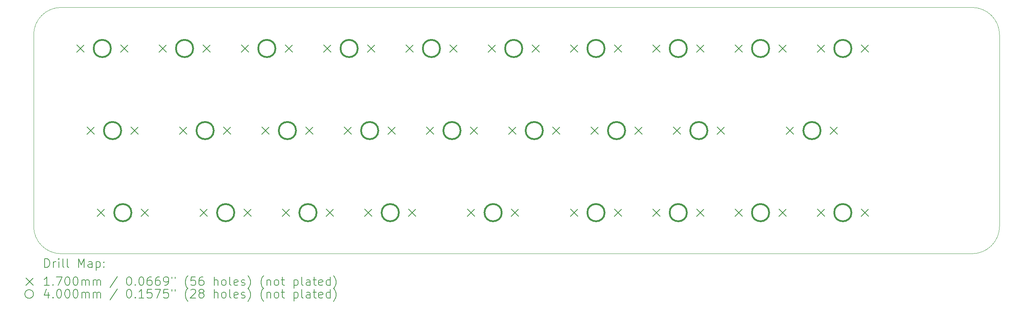
<source format=gbr>
%TF.GenerationSoftware,KiCad,Pcbnew,7.0.7*%
%TF.CreationDate,2023-08-31T12:53:35+10:00*%
%TF.ProjectId,qaz,71617a2e-6b69-4636-9164-5f7063625858,rev?*%
%TF.SameCoordinates,Original*%
%TF.FileFunction,Drillmap*%
%TF.FilePolarity,Positive*%
%FSLAX45Y45*%
G04 Gerber Fmt 4.5, Leading zero omitted, Abs format (unit mm)*
G04 Created by KiCad (PCBNEW 7.0.7) date 2023-08-31 12:53:35*
%MOMM*%
%LPD*%
G01*
G04 APERTURE LIST*
%ADD10C,0.100000*%
%ADD11C,0.200000*%
%ADD12C,0.170000*%
%ADD13C,0.400000*%
G04 APERTURE END LIST*
D10*
X27440187Y-3454400D02*
X27440187Y-7899400D01*
X5080000Y-7899400D02*
G75*
G03*
X5715000Y-8534400I635000J0D01*
G01*
X27440190Y-3454400D02*
G75*
G03*
X26805187Y-2819400I-635000J0D01*
G01*
X5080000Y-7899400D02*
X5080000Y-3454400D01*
X5715000Y-2819400D02*
X26805187Y-2819400D01*
X5715000Y-2819400D02*
G75*
G03*
X5080000Y-3454400I0J-635000D01*
G01*
X26805187Y-8534397D02*
G75*
G03*
X27440187Y-7899400I3J634997D01*
G01*
X26805187Y-8534400D02*
X5715000Y-8534400D01*
D11*
D12*
X6074500Y-3686900D02*
X6244500Y-3856900D01*
X6244500Y-3686900D02*
X6074500Y-3856900D01*
X6312625Y-5591900D02*
X6482625Y-5761900D01*
X6482625Y-5591900D02*
X6312625Y-5761900D01*
X6550750Y-7496900D02*
X6720750Y-7666900D01*
X6720750Y-7496900D02*
X6550750Y-7666900D01*
X7090500Y-3686900D02*
X7260500Y-3856900D01*
X7260500Y-3686900D02*
X7090500Y-3856900D01*
X7328625Y-5591900D02*
X7498625Y-5761900D01*
X7498625Y-5591900D02*
X7328625Y-5761900D01*
X7566750Y-7496900D02*
X7736750Y-7666900D01*
X7736750Y-7496900D02*
X7566750Y-7666900D01*
X7979500Y-3686900D02*
X8149500Y-3856900D01*
X8149500Y-3686900D02*
X7979500Y-3856900D01*
X8455750Y-5591900D02*
X8625750Y-5761900D01*
X8625750Y-5591900D02*
X8455750Y-5761900D01*
X8932000Y-7496900D02*
X9102000Y-7666900D01*
X9102000Y-7496900D02*
X8932000Y-7666900D01*
X8995500Y-3686900D02*
X9165500Y-3856900D01*
X9165500Y-3686900D02*
X8995500Y-3856900D01*
X9471750Y-5591900D02*
X9641750Y-5761900D01*
X9641750Y-5591900D02*
X9471750Y-5761900D01*
X9884500Y-3686900D02*
X10054500Y-3856900D01*
X10054500Y-3686900D02*
X9884500Y-3856900D01*
X9948000Y-7496900D02*
X10118000Y-7666900D01*
X10118000Y-7496900D02*
X9948000Y-7666900D01*
X10360750Y-5591900D02*
X10530750Y-5761900D01*
X10530750Y-5591900D02*
X10360750Y-5761900D01*
X10837000Y-7496900D02*
X11007000Y-7666900D01*
X11007000Y-7496900D02*
X10837000Y-7666900D01*
X10900500Y-3686900D02*
X11070500Y-3856900D01*
X11070500Y-3686900D02*
X10900500Y-3856900D01*
X11376750Y-5591900D02*
X11546750Y-5761900D01*
X11546750Y-5591900D02*
X11376750Y-5761900D01*
X11789500Y-3686900D02*
X11959500Y-3856900D01*
X11959500Y-3686900D02*
X11789500Y-3856900D01*
X11853000Y-7496900D02*
X12023000Y-7666900D01*
X12023000Y-7496900D02*
X11853000Y-7666900D01*
X12265750Y-5591900D02*
X12435750Y-5761900D01*
X12435750Y-5591900D02*
X12265750Y-5761900D01*
X12742000Y-7496900D02*
X12912000Y-7666900D01*
X12912000Y-7496900D02*
X12742000Y-7666900D01*
X12805500Y-3686900D02*
X12975500Y-3856900D01*
X12975500Y-3686900D02*
X12805500Y-3856900D01*
X13281750Y-5591900D02*
X13451750Y-5761900D01*
X13451750Y-5591900D02*
X13281750Y-5761900D01*
X13694500Y-3686900D02*
X13864500Y-3856900D01*
X13864500Y-3686900D02*
X13694500Y-3856900D01*
X13758000Y-7496900D02*
X13928000Y-7666900D01*
X13928000Y-7496900D02*
X13758000Y-7666900D01*
X14170750Y-5591900D02*
X14340750Y-5761900D01*
X14340750Y-5591900D02*
X14170750Y-5761900D01*
X14710500Y-3686900D02*
X14880500Y-3856900D01*
X14880500Y-3686900D02*
X14710500Y-3856900D01*
X15123250Y-7496900D02*
X15293250Y-7666900D01*
X15293250Y-7496900D02*
X15123250Y-7666900D01*
X15186750Y-5591900D02*
X15356750Y-5761900D01*
X15356750Y-5591900D02*
X15186750Y-5761900D01*
X15599500Y-3686900D02*
X15769500Y-3856900D01*
X15769500Y-3686900D02*
X15599500Y-3856900D01*
X16075750Y-5591900D02*
X16245750Y-5761900D01*
X16245750Y-5591900D02*
X16075750Y-5761900D01*
X16139250Y-7496900D02*
X16309250Y-7666900D01*
X16309250Y-7496900D02*
X16139250Y-7666900D01*
X16615500Y-3686900D02*
X16785500Y-3856900D01*
X16785500Y-3686900D02*
X16615500Y-3856900D01*
X17091750Y-5591900D02*
X17261750Y-5761900D01*
X17261750Y-5591900D02*
X17091750Y-5761900D01*
X17504500Y-3686900D02*
X17674500Y-3856900D01*
X17674500Y-3686900D02*
X17504500Y-3856900D01*
X17504500Y-7496900D02*
X17674500Y-7666900D01*
X17674500Y-7496900D02*
X17504500Y-7666900D01*
X17980750Y-5591900D02*
X18150750Y-5761900D01*
X18150750Y-5591900D02*
X17980750Y-5761900D01*
X18520500Y-3686900D02*
X18690500Y-3856900D01*
X18690500Y-3686900D02*
X18520500Y-3856900D01*
X18520500Y-7496900D02*
X18690500Y-7666900D01*
X18690500Y-7496900D02*
X18520500Y-7666900D01*
X18996750Y-5591900D02*
X19166750Y-5761900D01*
X19166750Y-5591900D02*
X18996750Y-5761900D01*
X19409500Y-3686900D02*
X19579500Y-3856900D01*
X19579500Y-3686900D02*
X19409500Y-3856900D01*
X19409500Y-7496900D02*
X19579500Y-7666900D01*
X19579500Y-7496900D02*
X19409500Y-7666900D01*
X19885750Y-5591900D02*
X20055750Y-5761900D01*
X20055750Y-5591900D02*
X19885750Y-5761900D01*
X20425500Y-3686900D02*
X20595500Y-3856900D01*
X20595500Y-3686900D02*
X20425500Y-3856900D01*
X20425500Y-7496900D02*
X20595500Y-7666900D01*
X20595500Y-7496900D02*
X20425500Y-7666900D01*
X20901750Y-5591900D02*
X21071750Y-5761900D01*
X21071750Y-5591900D02*
X20901750Y-5761900D01*
X21314500Y-3686900D02*
X21484500Y-3856900D01*
X21484500Y-3686900D02*
X21314500Y-3856900D01*
X21314500Y-7496900D02*
X21484500Y-7666900D01*
X21484500Y-7496900D02*
X21314500Y-7666900D01*
X22330500Y-3686900D02*
X22500500Y-3856900D01*
X22500500Y-3686900D02*
X22330500Y-3856900D01*
X22330500Y-7496900D02*
X22500500Y-7666900D01*
X22500500Y-7496900D02*
X22330500Y-7666900D01*
X22505125Y-5591900D02*
X22675125Y-5761900D01*
X22675125Y-5591900D02*
X22505125Y-5761900D01*
X23219500Y-3686900D02*
X23389500Y-3856900D01*
X23389500Y-3686900D02*
X23219500Y-3856900D01*
X23219500Y-7496900D02*
X23389500Y-7666900D01*
X23389500Y-7496900D02*
X23219500Y-7666900D01*
X23521125Y-5591900D02*
X23691125Y-5761900D01*
X23691125Y-5591900D02*
X23521125Y-5761900D01*
X24235500Y-3686900D02*
X24405500Y-3856900D01*
X24405500Y-3686900D02*
X24235500Y-3856900D01*
X24235500Y-7496900D02*
X24405500Y-7666900D01*
X24405500Y-7496900D02*
X24235500Y-7666900D01*
D13*
X6867500Y-3771900D02*
G75*
G03*
X6867500Y-3771900I-200000J0D01*
G01*
X7105625Y-5676900D02*
G75*
G03*
X7105625Y-5676900I-200000J0D01*
G01*
X7343750Y-7581900D02*
G75*
G03*
X7343750Y-7581900I-200000J0D01*
G01*
X8772500Y-3771900D02*
G75*
G03*
X8772500Y-3771900I-200000J0D01*
G01*
X9248750Y-5676900D02*
G75*
G03*
X9248750Y-5676900I-200000J0D01*
G01*
X9725000Y-7581900D02*
G75*
G03*
X9725000Y-7581900I-200000J0D01*
G01*
X10677500Y-3771900D02*
G75*
G03*
X10677500Y-3771900I-200000J0D01*
G01*
X11153750Y-5676900D02*
G75*
G03*
X11153750Y-5676900I-200000J0D01*
G01*
X11630000Y-7581900D02*
G75*
G03*
X11630000Y-7581900I-200000J0D01*
G01*
X12582500Y-3771900D02*
G75*
G03*
X12582500Y-3771900I-200000J0D01*
G01*
X13058750Y-5676900D02*
G75*
G03*
X13058750Y-5676900I-200000J0D01*
G01*
X13535000Y-7581900D02*
G75*
G03*
X13535000Y-7581900I-200000J0D01*
G01*
X14487500Y-3771900D02*
G75*
G03*
X14487500Y-3771900I-200000J0D01*
G01*
X14963750Y-5676900D02*
G75*
G03*
X14963750Y-5676900I-200000J0D01*
G01*
X15916250Y-7581900D02*
G75*
G03*
X15916250Y-7581900I-200000J0D01*
G01*
X16392500Y-3771900D02*
G75*
G03*
X16392500Y-3771900I-200000J0D01*
G01*
X16868750Y-5676900D02*
G75*
G03*
X16868750Y-5676900I-200000J0D01*
G01*
X18297500Y-3771900D02*
G75*
G03*
X18297500Y-3771900I-200000J0D01*
G01*
X18297500Y-7581900D02*
G75*
G03*
X18297500Y-7581900I-200000J0D01*
G01*
X18773750Y-5676900D02*
G75*
G03*
X18773750Y-5676900I-200000J0D01*
G01*
X20202500Y-3771900D02*
G75*
G03*
X20202500Y-3771900I-200000J0D01*
G01*
X20202500Y-7581900D02*
G75*
G03*
X20202500Y-7581900I-200000J0D01*
G01*
X20678750Y-5676900D02*
G75*
G03*
X20678750Y-5676900I-200000J0D01*
G01*
X22107500Y-3771900D02*
G75*
G03*
X22107500Y-3771900I-200000J0D01*
G01*
X22107500Y-7581900D02*
G75*
G03*
X22107500Y-7581900I-200000J0D01*
G01*
X23298125Y-5676900D02*
G75*
G03*
X23298125Y-5676900I-200000J0D01*
G01*
X24012500Y-3771900D02*
G75*
G03*
X24012500Y-3771900I-200000J0D01*
G01*
X24012500Y-7581900D02*
G75*
G03*
X24012500Y-7581900I-200000J0D01*
G01*
D11*
X5335777Y-8850884D02*
X5335777Y-8650884D01*
X5335777Y-8650884D02*
X5383396Y-8650884D01*
X5383396Y-8650884D02*
X5411967Y-8660408D01*
X5411967Y-8660408D02*
X5431015Y-8679455D01*
X5431015Y-8679455D02*
X5440539Y-8698503D01*
X5440539Y-8698503D02*
X5450063Y-8736598D01*
X5450063Y-8736598D02*
X5450063Y-8765170D01*
X5450063Y-8765170D02*
X5440539Y-8803265D01*
X5440539Y-8803265D02*
X5431015Y-8822312D01*
X5431015Y-8822312D02*
X5411967Y-8841360D01*
X5411967Y-8841360D02*
X5383396Y-8850884D01*
X5383396Y-8850884D02*
X5335777Y-8850884D01*
X5535777Y-8850884D02*
X5535777Y-8717550D01*
X5535777Y-8755646D02*
X5545301Y-8736598D01*
X5545301Y-8736598D02*
X5554824Y-8727074D01*
X5554824Y-8727074D02*
X5573872Y-8717550D01*
X5573872Y-8717550D02*
X5592920Y-8717550D01*
X5659586Y-8850884D02*
X5659586Y-8717550D01*
X5659586Y-8650884D02*
X5650062Y-8660408D01*
X5650062Y-8660408D02*
X5659586Y-8669931D01*
X5659586Y-8669931D02*
X5669110Y-8660408D01*
X5669110Y-8660408D02*
X5659586Y-8650884D01*
X5659586Y-8650884D02*
X5659586Y-8669931D01*
X5783396Y-8850884D02*
X5764348Y-8841360D01*
X5764348Y-8841360D02*
X5754824Y-8822312D01*
X5754824Y-8822312D02*
X5754824Y-8650884D01*
X5888158Y-8850884D02*
X5869110Y-8841360D01*
X5869110Y-8841360D02*
X5859586Y-8822312D01*
X5859586Y-8822312D02*
X5859586Y-8650884D01*
X6116729Y-8850884D02*
X6116729Y-8650884D01*
X6116729Y-8650884D02*
X6183396Y-8793741D01*
X6183396Y-8793741D02*
X6250062Y-8650884D01*
X6250062Y-8650884D02*
X6250062Y-8850884D01*
X6431015Y-8850884D02*
X6431015Y-8746122D01*
X6431015Y-8746122D02*
X6421491Y-8727074D01*
X6421491Y-8727074D02*
X6402443Y-8717550D01*
X6402443Y-8717550D02*
X6364348Y-8717550D01*
X6364348Y-8717550D02*
X6345301Y-8727074D01*
X6431015Y-8841360D02*
X6411967Y-8850884D01*
X6411967Y-8850884D02*
X6364348Y-8850884D01*
X6364348Y-8850884D02*
X6345301Y-8841360D01*
X6345301Y-8841360D02*
X6335777Y-8822312D01*
X6335777Y-8822312D02*
X6335777Y-8803265D01*
X6335777Y-8803265D02*
X6345301Y-8784217D01*
X6345301Y-8784217D02*
X6364348Y-8774693D01*
X6364348Y-8774693D02*
X6411967Y-8774693D01*
X6411967Y-8774693D02*
X6431015Y-8765170D01*
X6526253Y-8717550D02*
X6526253Y-8917550D01*
X6526253Y-8727074D02*
X6545301Y-8717550D01*
X6545301Y-8717550D02*
X6583396Y-8717550D01*
X6583396Y-8717550D02*
X6602443Y-8727074D01*
X6602443Y-8727074D02*
X6611967Y-8736598D01*
X6611967Y-8736598D02*
X6621491Y-8755646D01*
X6621491Y-8755646D02*
X6621491Y-8812789D01*
X6621491Y-8812789D02*
X6611967Y-8831836D01*
X6611967Y-8831836D02*
X6602443Y-8841360D01*
X6602443Y-8841360D02*
X6583396Y-8850884D01*
X6583396Y-8850884D02*
X6545301Y-8850884D01*
X6545301Y-8850884D02*
X6526253Y-8841360D01*
X6707205Y-8831836D02*
X6716729Y-8841360D01*
X6716729Y-8841360D02*
X6707205Y-8850884D01*
X6707205Y-8850884D02*
X6697682Y-8841360D01*
X6697682Y-8841360D02*
X6707205Y-8831836D01*
X6707205Y-8831836D02*
X6707205Y-8850884D01*
X6707205Y-8727074D02*
X6716729Y-8736598D01*
X6716729Y-8736598D02*
X6707205Y-8746122D01*
X6707205Y-8746122D02*
X6697682Y-8736598D01*
X6697682Y-8736598D02*
X6707205Y-8727074D01*
X6707205Y-8727074D02*
X6707205Y-8746122D01*
D12*
X4905000Y-9094400D02*
X5075000Y-9264400D01*
X5075000Y-9094400D02*
X4905000Y-9264400D01*
D11*
X5440539Y-9270884D02*
X5326253Y-9270884D01*
X5383396Y-9270884D02*
X5383396Y-9070884D01*
X5383396Y-9070884D02*
X5364348Y-9099455D01*
X5364348Y-9099455D02*
X5345301Y-9118503D01*
X5345301Y-9118503D02*
X5326253Y-9128027D01*
X5526253Y-9251836D02*
X5535777Y-9261360D01*
X5535777Y-9261360D02*
X5526253Y-9270884D01*
X5526253Y-9270884D02*
X5516729Y-9261360D01*
X5516729Y-9261360D02*
X5526253Y-9251836D01*
X5526253Y-9251836D02*
X5526253Y-9270884D01*
X5602443Y-9070884D02*
X5735777Y-9070884D01*
X5735777Y-9070884D02*
X5650062Y-9270884D01*
X5850062Y-9070884D02*
X5869110Y-9070884D01*
X5869110Y-9070884D02*
X5888158Y-9080408D01*
X5888158Y-9080408D02*
X5897682Y-9089931D01*
X5897682Y-9089931D02*
X5907205Y-9108979D01*
X5907205Y-9108979D02*
X5916729Y-9147074D01*
X5916729Y-9147074D02*
X5916729Y-9194693D01*
X5916729Y-9194693D02*
X5907205Y-9232789D01*
X5907205Y-9232789D02*
X5897682Y-9251836D01*
X5897682Y-9251836D02*
X5888158Y-9261360D01*
X5888158Y-9261360D02*
X5869110Y-9270884D01*
X5869110Y-9270884D02*
X5850062Y-9270884D01*
X5850062Y-9270884D02*
X5831015Y-9261360D01*
X5831015Y-9261360D02*
X5821491Y-9251836D01*
X5821491Y-9251836D02*
X5811967Y-9232789D01*
X5811967Y-9232789D02*
X5802443Y-9194693D01*
X5802443Y-9194693D02*
X5802443Y-9147074D01*
X5802443Y-9147074D02*
X5811967Y-9108979D01*
X5811967Y-9108979D02*
X5821491Y-9089931D01*
X5821491Y-9089931D02*
X5831015Y-9080408D01*
X5831015Y-9080408D02*
X5850062Y-9070884D01*
X6040539Y-9070884D02*
X6059586Y-9070884D01*
X6059586Y-9070884D02*
X6078634Y-9080408D01*
X6078634Y-9080408D02*
X6088158Y-9089931D01*
X6088158Y-9089931D02*
X6097682Y-9108979D01*
X6097682Y-9108979D02*
X6107205Y-9147074D01*
X6107205Y-9147074D02*
X6107205Y-9194693D01*
X6107205Y-9194693D02*
X6097682Y-9232789D01*
X6097682Y-9232789D02*
X6088158Y-9251836D01*
X6088158Y-9251836D02*
X6078634Y-9261360D01*
X6078634Y-9261360D02*
X6059586Y-9270884D01*
X6059586Y-9270884D02*
X6040539Y-9270884D01*
X6040539Y-9270884D02*
X6021491Y-9261360D01*
X6021491Y-9261360D02*
X6011967Y-9251836D01*
X6011967Y-9251836D02*
X6002443Y-9232789D01*
X6002443Y-9232789D02*
X5992920Y-9194693D01*
X5992920Y-9194693D02*
X5992920Y-9147074D01*
X5992920Y-9147074D02*
X6002443Y-9108979D01*
X6002443Y-9108979D02*
X6011967Y-9089931D01*
X6011967Y-9089931D02*
X6021491Y-9080408D01*
X6021491Y-9080408D02*
X6040539Y-9070884D01*
X6192920Y-9270884D02*
X6192920Y-9137550D01*
X6192920Y-9156598D02*
X6202443Y-9147074D01*
X6202443Y-9147074D02*
X6221491Y-9137550D01*
X6221491Y-9137550D02*
X6250063Y-9137550D01*
X6250063Y-9137550D02*
X6269110Y-9147074D01*
X6269110Y-9147074D02*
X6278634Y-9166122D01*
X6278634Y-9166122D02*
X6278634Y-9270884D01*
X6278634Y-9166122D02*
X6288158Y-9147074D01*
X6288158Y-9147074D02*
X6307205Y-9137550D01*
X6307205Y-9137550D02*
X6335777Y-9137550D01*
X6335777Y-9137550D02*
X6354824Y-9147074D01*
X6354824Y-9147074D02*
X6364348Y-9166122D01*
X6364348Y-9166122D02*
X6364348Y-9270884D01*
X6459586Y-9270884D02*
X6459586Y-9137550D01*
X6459586Y-9156598D02*
X6469110Y-9147074D01*
X6469110Y-9147074D02*
X6488158Y-9137550D01*
X6488158Y-9137550D02*
X6516729Y-9137550D01*
X6516729Y-9137550D02*
X6535777Y-9147074D01*
X6535777Y-9147074D02*
X6545301Y-9166122D01*
X6545301Y-9166122D02*
X6545301Y-9270884D01*
X6545301Y-9166122D02*
X6554824Y-9147074D01*
X6554824Y-9147074D02*
X6573872Y-9137550D01*
X6573872Y-9137550D02*
X6602443Y-9137550D01*
X6602443Y-9137550D02*
X6621491Y-9147074D01*
X6621491Y-9147074D02*
X6631015Y-9166122D01*
X6631015Y-9166122D02*
X6631015Y-9270884D01*
X7021491Y-9061360D02*
X6850063Y-9318503D01*
X7278634Y-9070884D02*
X7297682Y-9070884D01*
X7297682Y-9070884D02*
X7316729Y-9080408D01*
X7316729Y-9080408D02*
X7326253Y-9089931D01*
X7326253Y-9089931D02*
X7335777Y-9108979D01*
X7335777Y-9108979D02*
X7345301Y-9147074D01*
X7345301Y-9147074D02*
X7345301Y-9194693D01*
X7345301Y-9194693D02*
X7335777Y-9232789D01*
X7335777Y-9232789D02*
X7326253Y-9251836D01*
X7326253Y-9251836D02*
X7316729Y-9261360D01*
X7316729Y-9261360D02*
X7297682Y-9270884D01*
X7297682Y-9270884D02*
X7278634Y-9270884D01*
X7278634Y-9270884D02*
X7259586Y-9261360D01*
X7259586Y-9261360D02*
X7250063Y-9251836D01*
X7250063Y-9251836D02*
X7240539Y-9232789D01*
X7240539Y-9232789D02*
X7231015Y-9194693D01*
X7231015Y-9194693D02*
X7231015Y-9147074D01*
X7231015Y-9147074D02*
X7240539Y-9108979D01*
X7240539Y-9108979D02*
X7250063Y-9089931D01*
X7250063Y-9089931D02*
X7259586Y-9080408D01*
X7259586Y-9080408D02*
X7278634Y-9070884D01*
X7431015Y-9251836D02*
X7440539Y-9261360D01*
X7440539Y-9261360D02*
X7431015Y-9270884D01*
X7431015Y-9270884D02*
X7421491Y-9261360D01*
X7421491Y-9261360D02*
X7431015Y-9251836D01*
X7431015Y-9251836D02*
X7431015Y-9270884D01*
X7564348Y-9070884D02*
X7583396Y-9070884D01*
X7583396Y-9070884D02*
X7602444Y-9080408D01*
X7602444Y-9080408D02*
X7611967Y-9089931D01*
X7611967Y-9089931D02*
X7621491Y-9108979D01*
X7621491Y-9108979D02*
X7631015Y-9147074D01*
X7631015Y-9147074D02*
X7631015Y-9194693D01*
X7631015Y-9194693D02*
X7621491Y-9232789D01*
X7621491Y-9232789D02*
X7611967Y-9251836D01*
X7611967Y-9251836D02*
X7602444Y-9261360D01*
X7602444Y-9261360D02*
X7583396Y-9270884D01*
X7583396Y-9270884D02*
X7564348Y-9270884D01*
X7564348Y-9270884D02*
X7545301Y-9261360D01*
X7545301Y-9261360D02*
X7535777Y-9251836D01*
X7535777Y-9251836D02*
X7526253Y-9232789D01*
X7526253Y-9232789D02*
X7516729Y-9194693D01*
X7516729Y-9194693D02*
X7516729Y-9147074D01*
X7516729Y-9147074D02*
X7526253Y-9108979D01*
X7526253Y-9108979D02*
X7535777Y-9089931D01*
X7535777Y-9089931D02*
X7545301Y-9080408D01*
X7545301Y-9080408D02*
X7564348Y-9070884D01*
X7802444Y-9070884D02*
X7764348Y-9070884D01*
X7764348Y-9070884D02*
X7745301Y-9080408D01*
X7745301Y-9080408D02*
X7735777Y-9089931D01*
X7735777Y-9089931D02*
X7716729Y-9118503D01*
X7716729Y-9118503D02*
X7707206Y-9156598D01*
X7707206Y-9156598D02*
X7707206Y-9232789D01*
X7707206Y-9232789D02*
X7716729Y-9251836D01*
X7716729Y-9251836D02*
X7726253Y-9261360D01*
X7726253Y-9261360D02*
X7745301Y-9270884D01*
X7745301Y-9270884D02*
X7783396Y-9270884D01*
X7783396Y-9270884D02*
X7802444Y-9261360D01*
X7802444Y-9261360D02*
X7811967Y-9251836D01*
X7811967Y-9251836D02*
X7821491Y-9232789D01*
X7821491Y-9232789D02*
X7821491Y-9185170D01*
X7821491Y-9185170D02*
X7811967Y-9166122D01*
X7811967Y-9166122D02*
X7802444Y-9156598D01*
X7802444Y-9156598D02*
X7783396Y-9147074D01*
X7783396Y-9147074D02*
X7745301Y-9147074D01*
X7745301Y-9147074D02*
X7726253Y-9156598D01*
X7726253Y-9156598D02*
X7716729Y-9166122D01*
X7716729Y-9166122D02*
X7707206Y-9185170D01*
X7992920Y-9070884D02*
X7954825Y-9070884D01*
X7954825Y-9070884D02*
X7935777Y-9080408D01*
X7935777Y-9080408D02*
X7926253Y-9089931D01*
X7926253Y-9089931D02*
X7907206Y-9118503D01*
X7907206Y-9118503D02*
X7897682Y-9156598D01*
X7897682Y-9156598D02*
X7897682Y-9232789D01*
X7897682Y-9232789D02*
X7907206Y-9251836D01*
X7907206Y-9251836D02*
X7916729Y-9261360D01*
X7916729Y-9261360D02*
X7935777Y-9270884D01*
X7935777Y-9270884D02*
X7973872Y-9270884D01*
X7973872Y-9270884D02*
X7992920Y-9261360D01*
X7992920Y-9261360D02*
X8002444Y-9251836D01*
X8002444Y-9251836D02*
X8011967Y-9232789D01*
X8011967Y-9232789D02*
X8011967Y-9185170D01*
X8011967Y-9185170D02*
X8002444Y-9166122D01*
X8002444Y-9166122D02*
X7992920Y-9156598D01*
X7992920Y-9156598D02*
X7973872Y-9147074D01*
X7973872Y-9147074D02*
X7935777Y-9147074D01*
X7935777Y-9147074D02*
X7916729Y-9156598D01*
X7916729Y-9156598D02*
X7907206Y-9166122D01*
X7907206Y-9166122D02*
X7897682Y-9185170D01*
X8107206Y-9270884D02*
X8145301Y-9270884D01*
X8145301Y-9270884D02*
X8164348Y-9261360D01*
X8164348Y-9261360D02*
X8173872Y-9251836D01*
X8173872Y-9251836D02*
X8192920Y-9223265D01*
X8192920Y-9223265D02*
X8202444Y-9185170D01*
X8202444Y-9185170D02*
X8202444Y-9108979D01*
X8202444Y-9108979D02*
X8192920Y-9089931D01*
X8192920Y-9089931D02*
X8183396Y-9080408D01*
X8183396Y-9080408D02*
X8164348Y-9070884D01*
X8164348Y-9070884D02*
X8126253Y-9070884D01*
X8126253Y-9070884D02*
X8107206Y-9080408D01*
X8107206Y-9080408D02*
X8097682Y-9089931D01*
X8097682Y-9089931D02*
X8088158Y-9108979D01*
X8088158Y-9108979D02*
X8088158Y-9156598D01*
X8088158Y-9156598D02*
X8097682Y-9175646D01*
X8097682Y-9175646D02*
X8107206Y-9185170D01*
X8107206Y-9185170D02*
X8126253Y-9194693D01*
X8126253Y-9194693D02*
X8164348Y-9194693D01*
X8164348Y-9194693D02*
X8183396Y-9185170D01*
X8183396Y-9185170D02*
X8192920Y-9175646D01*
X8192920Y-9175646D02*
X8202444Y-9156598D01*
X8278634Y-9070884D02*
X8278634Y-9108979D01*
X8354825Y-9070884D02*
X8354825Y-9108979D01*
X8650063Y-9347074D02*
X8640539Y-9337550D01*
X8640539Y-9337550D02*
X8621491Y-9308979D01*
X8621491Y-9308979D02*
X8611968Y-9289931D01*
X8611968Y-9289931D02*
X8602444Y-9261360D01*
X8602444Y-9261360D02*
X8592920Y-9213741D01*
X8592920Y-9213741D02*
X8592920Y-9175646D01*
X8592920Y-9175646D02*
X8602444Y-9128027D01*
X8602444Y-9128027D02*
X8611968Y-9099455D01*
X8611968Y-9099455D02*
X8621491Y-9080408D01*
X8621491Y-9080408D02*
X8640539Y-9051836D01*
X8640539Y-9051836D02*
X8650063Y-9042312D01*
X8821491Y-9070884D02*
X8726253Y-9070884D01*
X8726253Y-9070884D02*
X8716730Y-9166122D01*
X8716730Y-9166122D02*
X8726253Y-9156598D01*
X8726253Y-9156598D02*
X8745301Y-9147074D01*
X8745301Y-9147074D02*
X8792920Y-9147074D01*
X8792920Y-9147074D02*
X8811968Y-9156598D01*
X8811968Y-9156598D02*
X8821491Y-9166122D01*
X8821491Y-9166122D02*
X8831015Y-9185170D01*
X8831015Y-9185170D02*
X8831015Y-9232789D01*
X8831015Y-9232789D02*
X8821491Y-9251836D01*
X8821491Y-9251836D02*
X8811968Y-9261360D01*
X8811968Y-9261360D02*
X8792920Y-9270884D01*
X8792920Y-9270884D02*
X8745301Y-9270884D01*
X8745301Y-9270884D02*
X8726253Y-9261360D01*
X8726253Y-9261360D02*
X8716730Y-9251836D01*
X9002444Y-9070884D02*
X8964349Y-9070884D01*
X8964349Y-9070884D02*
X8945301Y-9080408D01*
X8945301Y-9080408D02*
X8935777Y-9089931D01*
X8935777Y-9089931D02*
X8916730Y-9118503D01*
X8916730Y-9118503D02*
X8907206Y-9156598D01*
X8907206Y-9156598D02*
X8907206Y-9232789D01*
X8907206Y-9232789D02*
X8916730Y-9251836D01*
X8916730Y-9251836D02*
X8926253Y-9261360D01*
X8926253Y-9261360D02*
X8945301Y-9270884D01*
X8945301Y-9270884D02*
X8983396Y-9270884D01*
X8983396Y-9270884D02*
X9002444Y-9261360D01*
X9002444Y-9261360D02*
X9011968Y-9251836D01*
X9011968Y-9251836D02*
X9021491Y-9232789D01*
X9021491Y-9232789D02*
X9021491Y-9185170D01*
X9021491Y-9185170D02*
X9011968Y-9166122D01*
X9011968Y-9166122D02*
X9002444Y-9156598D01*
X9002444Y-9156598D02*
X8983396Y-9147074D01*
X8983396Y-9147074D02*
X8945301Y-9147074D01*
X8945301Y-9147074D02*
X8926253Y-9156598D01*
X8926253Y-9156598D02*
X8916730Y-9166122D01*
X8916730Y-9166122D02*
X8907206Y-9185170D01*
X9259587Y-9270884D02*
X9259587Y-9070884D01*
X9345301Y-9270884D02*
X9345301Y-9166122D01*
X9345301Y-9166122D02*
X9335777Y-9147074D01*
X9335777Y-9147074D02*
X9316730Y-9137550D01*
X9316730Y-9137550D02*
X9288158Y-9137550D01*
X9288158Y-9137550D02*
X9269111Y-9147074D01*
X9269111Y-9147074D02*
X9259587Y-9156598D01*
X9469111Y-9270884D02*
X9450063Y-9261360D01*
X9450063Y-9261360D02*
X9440539Y-9251836D01*
X9440539Y-9251836D02*
X9431015Y-9232789D01*
X9431015Y-9232789D02*
X9431015Y-9175646D01*
X9431015Y-9175646D02*
X9440539Y-9156598D01*
X9440539Y-9156598D02*
X9450063Y-9147074D01*
X9450063Y-9147074D02*
X9469111Y-9137550D01*
X9469111Y-9137550D02*
X9497682Y-9137550D01*
X9497682Y-9137550D02*
X9516730Y-9147074D01*
X9516730Y-9147074D02*
X9526253Y-9156598D01*
X9526253Y-9156598D02*
X9535777Y-9175646D01*
X9535777Y-9175646D02*
X9535777Y-9232789D01*
X9535777Y-9232789D02*
X9526253Y-9251836D01*
X9526253Y-9251836D02*
X9516730Y-9261360D01*
X9516730Y-9261360D02*
X9497682Y-9270884D01*
X9497682Y-9270884D02*
X9469111Y-9270884D01*
X9650063Y-9270884D02*
X9631015Y-9261360D01*
X9631015Y-9261360D02*
X9621492Y-9242312D01*
X9621492Y-9242312D02*
X9621492Y-9070884D01*
X9802444Y-9261360D02*
X9783396Y-9270884D01*
X9783396Y-9270884D02*
X9745301Y-9270884D01*
X9745301Y-9270884D02*
X9726253Y-9261360D01*
X9726253Y-9261360D02*
X9716730Y-9242312D01*
X9716730Y-9242312D02*
X9716730Y-9166122D01*
X9716730Y-9166122D02*
X9726253Y-9147074D01*
X9726253Y-9147074D02*
X9745301Y-9137550D01*
X9745301Y-9137550D02*
X9783396Y-9137550D01*
X9783396Y-9137550D02*
X9802444Y-9147074D01*
X9802444Y-9147074D02*
X9811968Y-9166122D01*
X9811968Y-9166122D02*
X9811968Y-9185170D01*
X9811968Y-9185170D02*
X9716730Y-9204217D01*
X9888158Y-9261360D02*
X9907206Y-9270884D01*
X9907206Y-9270884D02*
X9945301Y-9270884D01*
X9945301Y-9270884D02*
X9964349Y-9261360D01*
X9964349Y-9261360D02*
X9973873Y-9242312D01*
X9973873Y-9242312D02*
X9973873Y-9232789D01*
X9973873Y-9232789D02*
X9964349Y-9213741D01*
X9964349Y-9213741D02*
X9945301Y-9204217D01*
X9945301Y-9204217D02*
X9916730Y-9204217D01*
X9916730Y-9204217D02*
X9897682Y-9194693D01*
X9897682Y-9194693D02*
X9888158Y-9175646D01*
X9888158Y-9175646D02*
X9888158Y-9166122D01*
X9888158Y-9166122D02*
X9897682Y-9147074D01*
X9897682Y-9147074D02*
X9916730Y-9137550D01*
X9916730Y-9137550D02*
X9945301Y-9137550D01*
X9945301Y-9137550D02*
X9964349Y-9147074D01*
X10040539Y-9347074D02*
X10050063Y-9337550D01*
X10050063Y-9337550D02*
X10069111Y-9308979D01*
X10069111Y-9308979D02*
X10078634Y-9289931D01*
X10078634Y-9289931D02*
X10088158Y-9261360D01*
X10088158Y-9261360D02*
X10097682Y-9213741D01*
X10097682Y-9213741D02*
X10097682Y-9175646D01*
X10097682Y-9175646D02*
X10088158Y-9128027D01*
X10088158Y-9128027D02*
X10078634Y-9099455D01*
X10078634Y-9099455D02*
X10069111Y-9080408D01*
X10069111Y-9080408D02*
X10050063Y-9051836D01*
X10050063Y-9051836D02*
X10040539Y-9042312D01*
X10402444Y-9347074D02*
X10392920Y-9337550D01*
X10392920Y-9337550D02*
X10373873Y-9308979D01*
X10373873Y-9308979D02*
X10364349Y-9289931D01*
X10364349Y-9289931D02*
X10354825Y-9261360D01*
X10354825Y-9261360D02*
X10345301Y-9213741D01*
X10345301Y-9213741D02*
X10345301Y-9175646D01*
X10345301Y-9175646D02*
X10354825Y-9128027D01*
X10354825Y-9128027D02*
X10364349Y-9099455D01*
X10364349Y-9099455D02*
X10373873Y-9080408D01*
X10373873Y-9080408D02*
X10392920Y-9051836D01*
X10392920Y-9051836D02*
X10402444Y-9042312D01*
X10478634Y-9137550D02*
X10478634Y-9270884D01*
X10478634Y-9156598D02*
X10488158Y-9147074D01*
X10488158Y-9147074D02*
X10507206Y-9137550D01*
X10507206Y-9137550D02*
X10535777Y-9137550D01*
X10535777Y-9137550D02*
X10554825Y-9147074D01*
X10554825Y-9147074D02*
X10564349Y-9166122D01*
X10564349Y-9166122D02*
X10564349Y-9270884D01*
X10688158Y-9270884D02*
X10669111Y-9261360D01*
X10669111Y-9261360D02*
X10659587Y-9251836D01*
X10659587Y-9251836D02*
X10650063Y-9232789D01*
X10650063Y-9232789D02*
X10650063Y-9175646D01*
X10650063Y-9175646D02*
X10659587Y-9156598D01*
X10659587Y-9156598D02*
X10669111Y-9147074D01*
X10669111Y-9147074D02*
X10688158Y-9137550D01*
X10688158Y-9137550D02*
X10716730Y-9137550D01*
X10716730Y-9137550D02*
X10735777Y-9147074D01*
X10735777Y-9147074D02*
X10745301Y-9156598D01*
X10745301Y-9156598D02*
X10754825Y-9175646D01*
X10754825Y-9175646D02*
X10754825Y-9232789D01*
X10754825Y-9232789D02*
X10745301Y-9251836D01*
X10745301Y-9251836D02*
X10735777Y-9261360D01*
X10735777Y-9261360D02*
X10716730Y-9270884D01*
X10716730Y-9270884D02*
X10688158Y-9270884D01*
X10811968Y-9137550D02*
X10888158Y-9137550D01*
X10840539Y-9070884D02*
X10840539Y-9242312D01*
X10840539Y-9242312D02*
X10850063Y-9261360D01*
X10850063Y-9261360D02*
X10869111Y-9270884D01*
X10869111Y-9270884D02*
X10888158Y-9270884D01*
X11107206Y-9137550D02*
X11107206Y-9337550D01*
X11107206Y-9147074D02*
X11126254Y-9137550D01*
X11126254Y-9137550D02*
X11164349Y-9137550D01*
X11164349Y-9137550D02*
X11183396Y-9147074D01*
X11183396Y-9147074D02*
X11192920Y-9156598D01*
X11192920Y-9156598D02*
X11202444Y-9175646D01*
X11202444Y-9175646D02*
X11202444Y-9232789D01*
X11202444Y-9232789D02*
X11192920Y-9251836D01*
X11192920Y-9251836D02*
X11183396Y-9261360D01*
X11183396Y-9261360D02*
X11164349Y-9270884D01*
X11164349Y-9270884D02*
X11126254Y-9270884D01*
X11126254Y-9270884D02*
X11107206Y-9261360D01*
X11316730Y-9270884D02*
X11297682Y-9261360D01*
X11297682Y-9261360D02*
X11288158Y-9242312D01*
X11288158Y-9242312D02*
X11288158Y-9070884D01*
X11478634Y-9270884D02*
X11478634Y-9166122D01*
X11478634Y-9166122D02*
X11469111Y-9147074D01*
X11469111Y-9147074D02*
X11450063Y-9137550D01*
X11450063Y-9137550D02*
X11411968Y-9137550D01*
X11411968Y-9137550D02*
X11392920Y-9147074D01*
X11478634Y-9261360D02*
X11459587Y-9270884D01*
X11459587Y-9270884D02*
X11411968Y-9270884D01*
X11411968Y-9270884D02*
X11392920Y-9261360D01*
X11392920Y-9261360D02*
X11383396Y-9242312D01*
X11383396Y-9242312D02*
X11383396Y-9223265D01*
X11383396Y-9223265D02*
X11392920Y-9204217D01*
X11392920Y-9204217D02*
X11411968Y-9194693D01*
X11411968Y-9194693D02*
X11459587Y-9194693D01*
X11459587Y-9194693D02*
X11478634Y-9185170D01*
X11545301Y-9137550D02*
X11621492Y-9137550D01*
X11573873Y-9070884D02*
X11573873Y-9242312D01*
X11573873Y-9242312D02*
X11583396Y-9261360D01*
X11583396Y-9261360D02*
X11602444Y-9270884D01*
X11602444Y-9270884D02*
X11621492Y-9270884D01*
X11764349Y-9261360D02*
X11745301Y-9270884D01*
X11745301Y-9270884D02*
X11707206Y-9270884D01*
X11707206Y-9270884D02*
X11688158Y-9261360D01*
X11688158Y-9261360D02*
X11678634Y-9242312D01*
X11678634Y-9242312D02*
X11678634Y-9166122D01*
X11678634Y-9166122D02*
X11688158Y-9147074D01*
X11688158Y-9147074D02*
X11707206Y-9137550D01*
X11707206Y-9137550D02*
X11745301Y-9137550D01*
X11745301Y-9137550D02*
X11764349Y-9147074D01*
X11764349Y-9147074D02*
X11773873Y-9166122D01*
X11773873Y-9166122D02*
X11773873Y-9185170D01*
X11773873Y-9185170D02*
X11678634Y-9204217D01*
X11945301Y-9270884D02*
X11945301Y-9070884D01*
X11945301Y-9261360D02*
X11926254Y-9270884D01*
X11926254Y-9270884D02*
X11888158Y-9270884D01*
X11888158Y-9270884D02*
X11869111Y-9261360D01*
X11869111Y-9261360D02*
X11859587Y-9251836D01*
X11859587Y-9251836D02*
X11850063Y-9232789D01*
X11850063Y-9232789D02*
X11850063Y-9175646D01*
X11850063Y-9175646D02*
X11859587Y-9156598D01*
X11859587Y-9156598D02*
X11869111Y-9147074D01*
X11869111Y-9147074D02*
X11888158Y-9137550D01*
X11888158Y-9137550D02*
X11926254Y-9137550D01*
X11926254Y-9137550D02*
X11945301Y-9147074D01*
X12021492Y-9347074D02*
X12031015Y-9337550D01*
X12031015Y-9337550D02*
X12050063Y-9308979D01*
X12050063Y-9308979D02*
X12059587Y-9289931D01*
X12059587Y-9289931D02*
X12069111Y-9261360D01*
X12069111Y-9261360D02*
X12078634Y-9213741D01*
X12078634Y-9213741D02*
X12078634Y-9175646D01*
X12078634Y-9175646D02*
X12069111Y-9128027D01*
X12069111Y-9128027D02*
X12059587Y-9099455D01*
X12059587Y-9099455D02*
X12050063Y-9080408D01*
X12050063Y-9080408D02*
X12031015Y-9051836D01*
X12031015Y-9051836D02*
X12021492Y-9042312D01*
X5075000Y-9469400D02*
G75*
G03*
X5075000Y-9469400I-100000J0D01*
G01*
X5421491Y-9427550D02*
X5421491Y-9560884D01*
X5373872Y-9351360D02*
X5326253Y-9494217D01*
X5326253Y-9494217D02*
X5450063Y-9494217D01*
X5526253Y-9541836D02*
X5535777Y-9551360D01*
X5535777Y-9551360D02*
X5526253Y-9560884D01*
X5526253Y-9560884D02*
X5516729Y-9551360D01*
X5516729Y-9551360D02*
X5526253Y-9541836D01*
X5526253Y-9541836D02*
X5526253Y-9560884D01*
X5659586Y-9360884D02*
X5678634Y-9360884D01*
X5678634Y-9360884D02*
X5697682Y-9370408D01*
X5697682Y-9370408D02*
X5707205Y-9379931D01*
X5707205Y-9379931D02*
X5716729Y-9398979D01*
X5716729Y-9398979D02*
X5726253Y-9437074D01*
X5726253Y-9437074D02*
X5726253Y-9484693D01*
X5726253Y-9484693D02*
X5716729Y-9522789D01*
X5716729Y-9522789D02*
X5707205Y-9541836D01*
X5707205Y-9541836D02*
X5697682Y-9551360D01*
X5697682Y-9551360D02*
X5678634Y-9560884D01*
X5678634Y-9560884D02*
X5659586Y-9560884D01*
X5659586Y-9560884D02*
X5640539Y-9551360D01*
X5640539Y-9551360D02*
X5631015Y-9541836D01*
X5631015Y-9541836D02*
X5621491Y-9522789D01*
X5621491Y-9522789D02*
X5611967Y-9484693D01*
X5611967Y-9484693D02*
X5611967Y-9437074D01*
X5611967Y-9437074D02*
X5621491Y-9398979D01*
X5621491Y-9398979D02*
X5631015Y-9379931D01*
X5631015Y-9379931D02*
X5640539Y-9370408D01*
X5640539Y-9370408D02*
X5659586Y-9360884D01*
X5850062Y-9360884D02*
X5869110Y-9360884D01*
X5869110Y-9360884D02*
X5888158Y-9370408D01*
X5888158Y-9370408D02*
X5897682Y-9379931D01*
X5897682Y-9379931D02*
X5907205Y-9398979D01*
X5907205Y-9398979D02*
X5916729Y-9437074D01*
X5916729Y-9437074D02*
X5916729Y-9484693D01*
X5916729Y-9484693D02*
X5907205Y-9522789D01*
X5907205Y-9522789D02*
X5897682Y-9541836D01*
X5897682Y-9541836D02*
X5888158Y-9551360D01*
X5888158Y-9551360D02*
X5869110Y-9560884D01*
X5869110Y-9560884D02*
X5850062Y-9560884D01*
X5850062Y-9560884D02*
X5831015Y-9551360D01*
X5831015Y-9551360D02*
X5821491Y-9541836D01*
X5821491Y-9541836D02*
X5811967Y-9522789D01*
X5811967Y-9522789D02*
X5802443Y-9484693D01*
X5802443Y-9484693D02*
X5802443Y-9437074D01*
X5802443Y-9437074D02*
X5811967Y-9398979D01*
X5811967Y-9398979D02*
X5821491Y-9379931D01*
X5821491Y-9379931D02*
X5831015Y-9370408D01*
X5831015Y-9370408D02*
X5850062Y-9360884D01*
X6040539Y-9360884D02*
X6059586Y-9360884D01*
X6059586Y-9360884D02*
X6078634Y-9370408D01*
X6078634Y-9370408D02*
X6088158Y-9379931D01*
X6088158Y-9379931D02*
X6097682Y-9398979D01*
X6097682Y-9398979D02*
X6107205Y-9437074D01*
X6107205Y-9437074D02*
X6107205Y-9484693D01*
X6107205Y-9484693D02*
X6097682Y-9522789D01*
X6097682Y-9522789D02*
X6088158Y-9541836D01*
X6088158Y-9541836D02*
X6078634Y-9551360D01*
X6078634Y-9551360D02*
X6059586Y-9560884D01*
X6059586Y-9560884D02*
X6040539Y-9560884D01*
X6040539Y-9560884D02*
X6021491Y-9551360D01*
X6021491Y-9551360D02*
X6011967Y-9541836D01*
X6011967Y-9541836D02*
X6002443Y-9522789D01*
X6002443Y-9522789D02*
X5992920Y-9484693D01*
X5992920Y-9484693D02*
X5992920Y-9437074D01*
X5992920Y-9437074D02*
X6002443Y-9398979D01*
X6002443Y-9398979D02*
X6011967Y-9379931D01*
X6011967Y-9379931D02*
X6021491Y-9370408D01*
X6021491Y-9370408D02*
X6040539Y-9360884D01*
X6192920Y-9560884D02*
X6192920Y-9427550D01*
X6192920Y-9446598D02*
X6202443Y-9437074D01*
X6202443Y-9437074D02*
X6221491Y-9427550D01*
X6221491Y-9427550D02*
X6250063Y-9427550D01*
X6250063Y-9427550D02*
X6269110Y-9437074D01*
X6269110Y-9437074D02*
X6278634Y-9456122D01*
X6278634Y-9456122D02*
X6278634Y-9560884D01*
X6278634Y-9456122D02*
X6288158Y-9437074D01*
X6288158Y-9437074D02*
X6307205Y-9427550D01*
X6307205Y-9427550D02*
X6335777Y-9427550D01*
X6335777Y-9427550D02*
X6354824Y-9437074D01*
X6354824Y-9437074D02*
X6364348Y-9456122D01*
X6364348Y-9456122D02*
X6364348Y-9560884D01*
X6459586Y-9560884D02*
X6459586Y-9427550D01*
X6459586Y-9446598D02*
X6469110Y-9437074D01*
X6469110Y-9437074D02*
X6488158Y-9427550D01*
X6488158Y-9427550D02*
X6516729Y-9427550D01*
X6516729Y-9427550D02*
X6535777Y-9437074D01*
X6535777Y-9437074D02*
X6545301Y-9456122D01*
X6545301Y-9456122D02*
X6545301Y-9560884D01*
X6545301Y-9456122D02*
X6554824Y-9437074D01*
X6554824Y-9437074D02*
X6573872Y-9427550D01*
X6573872Y-9427550D02*
X6602443Y-9427550D01*
X6602443Y-9427550D02*
X6621491Y-9437074D01*
X6621491Y-9437074D02*
X6631015Y-9456122D01*
X6631015Y-9456122D02*
X6631015Y-9560884D01*
X7021491Y-9351360D02*
X6850063Y-9608503D01*
X7278634Y-9360884D02*
X7297682Y-9360884D01*
X7297682Y-9360884D02*
X7316729Y-9370408D01*
X7316729Y-9370408D02*
X7326253Y-9379931D01*
X7326253Y-9379931D02*
X7335777Y-9398979D01*
X7335777Y-9398979D02*
X7345301Y-9437074D01*
X7345301Y-9437074D02*
X7345301Y-9484693D01*
X7345301Y-9484693D02*
X7335777Y-9522789D01*
X7335777Y-9522789D02*
X7326253Y-9541836D01*
X7326253Y-9541836D02*
X7316729Y-9551360D01*
X7316729Y-9551360D02*
X7297682Y-9560884D01*
X7297682Y-9560884D02*
X7278634Y-9560884D01*
X7278634Y-9560884D02*
X7259586Y-9551360D01*
X7259586Y-9551360D02*
X7250063Y-9541836D01*
X7250063Y-9541836D02*
X7240539Y-9522789D01*
X7240539Y-9522789D02*
X7231015Y-9484693D01*
X7231015Y-9484693D02*
X7231015Y-9437074D01*
X7231015Y-9437074D02*
X7240539Y-9398979D01*
X7240539Y-9398979D02*
X7250063Y-9379931D01*
X7250063Y-9379931D02*
X7259586Y-9370408D01*
X7259586Y-9370408D02*
X7278634Y-9360884D01*
X7431015Y-9541836D02*
X7440539Y-9551360D01*
X7440539Y-9551360D02*
X7431015Y-9560884D01*
X7431015Y-9560884D02*
X7421491Y-9551360D01*
X7421491Y-9551360D02*
X7431015Y-9541836D01*
X7431015Y-9541836D02*
X7431015Y-9560884D01*
X7631015Y-9560884D02*
X7516729Y-9560884D01*
X7573872Y-9560884D02*
X7573872Y-9360884D01*
X7573872Y-9360884D02*
X7554825Y-9389455D01*
X7554825Y-9389455D02*
X7535777Y-9408503D01*
X7535777Y-9408503D02*
X7516729Y-9418027D01*
X7811967Y-9360884D02*
X7716729Y-9360884D01*
X7716729Y-9360884D02*
X7707206Y-9456122D01*
X7707206Y-9456122D02*
X7716729Y-9446598D01*
X7716729Y-9446598D02*
X7735777Y-9437074D01*
X7735777Y-9437074D02*
X7783396Y-9437074D01*
X7783396Y-9437074D02*
X7802444Y-9446598D01*
X7802444Y-9446598D02*
X7811967Y-9456122D01*
X7811967Y-9456122D02*
X7821491Y-9475170D01*
X7821491Y-9475170D02*
X7821491Y-9522789D01*
X7821491Y-9522789D02*
X7811967Y-9541836D01*
X7811967Y-9541836D02*
X7802444Y-9551360D01*
X7802444Y-9551360D02*
X7783396Y-9560884D01*
X7783396Y-9560884D02*
X7735777Y-9560884D01*
X7735777Y-9560884D02*
X7716729Y-9551360D01*
X7716729Y-9551360D02*
X7707206Y-9541836D01*
X7888158Y-9360884D02*
X8021491Y-9360884D01*
X8021491Y-9360884D02*
X7935777Y-9560884D01*
X8192920Y-9360884D02*
X8097682Y-9360884D01*
X8097682Y-9360884D02*
X8088158Y-9456122D01*
X8088158Y-9456122D02*
X8097682Y-9446598D01*
X8097682Y-9446598D02*
X8116729Y-9437074D01*
X8116729Y-9437074D02*
X8164348Y-9437074D01*
X8164348Y-9437074D02*
X8183396Y-9446598D01*
X8183396Y-9446598D02*
X8192920Y-9456122D01*
X8192920Y-9456122D02*
X8202444Y-9475170D01*
X8202444Y-9475170D02*
X8202444Y-9522789D01*
X8202444Y-9522789D02*
X8192920Y-9541836D01*
X8192920Y-9541836D02*
X8183396Y-9551360D01*
X8183396Y-9551360D02*
X8164348Y-9560884D01*
X8164348Y-9560884D02*
X8116729Y-9560884D01*
X8116729Y-9560884D02*
X8097682Y-9551360D01*
X8097682Y-9551360D02*
X8088158Y-9541836D01*
X8278634Y-9360884D02*
X8278634Y-9398979D01*
X8354825Y-9360884D02*
X8354825Y-9398979D01*
X8650063Y-9637074D02*
X8640539Y-9627550D01*
X8640539Y-9627550D02*
X8621491Y-9598979D01*
X8621491Y-9598979D02*
X8611968Y-9579931D01*
X8611968Y-9579931D02*
X8602444Y-9551360D01*
X8602444Y-9551360D02*
X8592920Y-9503741D01*
X8592920Y-9503741D02*
X8592920Y-9465646D01*
X8592920Y-9465646D02*
X8602444Y-9418027D01*
X8602444Y-9418027D02*
X8611968Y-9389455D01*
X8611968Y-9389455D02*
X8621491Y-9370408D01*
X8621491Y-9370408D02*
X8640539Y-9341836D01*
X8640539Y-9341836D02*
X8650063Y-9332312D01*
X8716730Y-9379931D02*
X8726253Y-9370408D01*
X8726253Y-9370408D02*
X8745301Y-9360884D01*
X8745301Y-9360884D02*
X8792920Y-9360884D01*
X8792920Y-9360884D02*
X8811968Y-9370408D01*
X8811968Y-9370408D02*
X8821491Y-9379931D01*
X8821491Y-9379931D02*
X8831015Y-9398979D01*
X8831015Y-9398979D02*
X8831015Y-9418027D01*
X8831015Y-9418027D02*
X8821491Y-9446598D01*
X8821491Y-9446598D02*
X8707206Y-9560884D01*
X8707206Y-9560884D02*
X8831015Y-9560884D01*
X8945301Y-9446598D02*
X8926253Y-9437074D01*
X8926253Y-9437074D02*
X8916730Y-9427550D01*
X8916730Y-9427550D02*
X8907206Y-9408503D01*
X8907206Y-9408503D02*
X8907206Y-9398979D01*
X8907206Y-9398979D02*
X8916730Y-9379931D01*
X8916730Y-9379931D02*
X8926253Y-9370408D01*
X8926253Y-9370408D02*
X8945301Y-9360884D01*
X8945301Y-9360884D02*
X8983396Y-9360884D01*
X8983396Y-9360884D02*
X9002444Y-9370408D01*
X9002444Y-9370408D02*
X9011968Y-9379931D01*
X9011968Y-9379931D02*
X9021491Y-9398979D01*
X9021491Y-9398979D02*
X9021491Y-9408503D01*
X9021491Y-9408503D02*
X9011968Y-9427550D01*
X9011968Y-9427550D02*
X9002444Y-9437074D01*
X9002444Y-9437074D02*
X8983396Y-9446598D01*
X8983396Y-9446598D02*
X8945301Y-9446598D01*
X8945301Y-9446598D02*
X8926253Y-9456122D01*
X8926253Y-9456122D02*
X8916730Y-9465646D01*
X8916730Y-9465646D02*
X8907206Y-9484693D01*
X8907206Y-9484693D02*
X8907206Y-9522789D01*
X8907206Y-9522789D02*
X8916730Y-9541836D01*
X8916730Y-9541836D02*
X8926253Y-9551360D01*
X8926253Y-9551360D02*
X8945301Y-9560884D01*
X8945301Y-9560884D02*
X8983396Y-9560884D01*
X8983396Y-9560884D02*
X9002444Y-9551360D01*
X9002444Y-9551360D02*
X9011968Y-9541836D01*
X9011968Y-9541836D02*
X9021491Y-9522789D01*
X9021491Y-9522789D02*
X9021491Y-9484693D01*
X9021491Y-9484693D02*
X9011968Y-9465646D01*
X9011968Y-9465646D02*
X9002444Y-9456122D01*
X9002444Y-9456122D02*
X8983396Y-9446598D01*
X9259587Y-9560884D02*
X9259587Y-9360884D01*
X9345301Y-9560884D02*
X9345301Y-9456122D01*
X9345301Y-9456122D02*
X9335777Y-9437074D01*
X9335777Y-9437074D02*
X9316730Y-9427550D01*
X9316730Y-9427550D02*
X9288158Y-9427550D01*
X9288158Y-9427550D02*
X9269111Y-9437074D01*
X9269111Y-9437074D02*
X9259587Y-9446598D01*
X9469111Y-9560884D02*
X9450063Y-9551360D01*
X9450063Y-9551360D02*
X9440539Y-9541836D01*
X9440539Y-9541836D02*
X9431015Y-9522789D01*
X9431015Y-9522789D02*
X9431015Y-9465646D01*
X9431015Y-9465646D02*
X9440539Y-9446598D01*
X9440539Y-9446598D02*
X9450063Y-9437074D01*
X9450063Y-9437074D02*
X9469111Y-9427550D01*
X9469111Y-9427550D02*
X9497682Y-9427550D01*
X9497682Y-9427550D02*
X9516730Y-9437074D01*
X9516730Y-9437074D02*
X9526253Y-9446598D01*
X9526253Y-9446598D02*
X9535777Y-9465646D01*
X9535777Y-9465646D02*
X9535777Y-9522789D01*
X9535777Y-9522789D02*
X9526253Y-9541836D01*
X9526253Y-9541836D02*
X9516730Y-9551360D01*
X9516730Y-9551360D02*
X9497682Y-9560884D01*
X9497682Y-9560884D02*
X9469111Y-9560884D01*
X9650063Y-9560884D02*
X9631015Y-9551360D01*
X9631015Y-9551360D02*
X9621492Y-9532312D01*
X9621492Y-9532312D02*
X9621492Y-9360884D01*
X9802444Y-9551360D02*
X9783396Y-9560884D01*
X9783396Y-9560884D02*
X9745301Y-9560884D01*
X9745301Y-9560884D02*
X9726253Y-9551360D01*
X9726253Y-9551360D02*
X9716730Y-9532312D01*
X9716730Y-9532312D02*
X9716730Y-9456122D01*
X9716730Y-9456122D02*
X9726253Y-9437074D01*
X9726253Y-9437074D02*
X9745301Y-9427550D01*
X9745301Y-9427550D02*
X9783396Y-9427550D01*
X9783396Y-9427550D02*
X9802444Y-9437074D01*
X9802444Y-9437074D02*
X9811968Y-9456122D01*
X9811968Y-9456122D02*
X9811968Y-9475170D01*
X9811968Y-9475170D02*
X9716730Y-9494217D01*
X9888158Y-9551360D02*
X9907206Y-9560884D01*
X9907206Y-9560884D02*
X9945301Y-9560884D01*
X9945301Y-9560884D02*
X9964349Y-9551360D01*
X9964349Y-9551360D02*
X9973873Y-9532312D01*
X9973873Y-9532312D02*
X9973873Y-9522789D01*
X9973873Y-9522789D02*
X9964349Y-9503741D01*
X9964349Y-9503741D02*
X9945301Y-9494217D01*
X9945301Y-9494217D02*
X9916730Y-9494217D01*
X9916730Y-9494217D02*
X9897682Y-9484693D01*
X9897682Y-9484693D02*
X9888158Y-9465646D01*
X9888158Y-9465646D02*
X9888158Y-9456122D01*
X9888158Y-9456122D02*
X9897682Y-9437074D01*
X9897682Y-9437074D02*
X9916730Y-9427550D01*
X9916730Y-9427550D02*
X9945301Y-9427550D01*
X9945301Y-9427550D02*
X9964349Y-9437074D01*
X10040539Y-9637074D02*
X10050063Y-9627550D01*
X10050063Y-9627550D02*
X10069111Y-9598979D01*
X10069111Y-9598979D02*
X10078634Y-9579931D01*
X10078634Y-9579931D02*
X10088158Y-9551360D01*
X10088158Y-9551360D02*
X10097682Y-9503741D01*
X10097682Y-9503741D02*
X10097682Y-9465646D01*
X10097682Y-9465646D02*
X10088158Y-9418027D01*
X10088158Y-9418027D02*
X10078634Y-9389455D01*
X10078634Y-9389455D02*
X10069111Y-9370408D01*
X10069111Y-9370408D02*
X10050063Y-9341836D01*
X10050063Y-9341836D02*
X10040539Y-9332312D01*
X10402444Y-9637074D02*
X10392920Y-9627550D01*
X10392920Y-9627550D02*
X10373873Y-9598979D01*
X10373873Y-9598979D02*
X10364349Y-9579931D01*
X10364349Y-9579931D02*
X10354825Y-9551360D01*
X10354825Y-9551360D02*
X10345301Y-9503741D01*
X10345301Y-9503741D02*
X10345301Y-9465646D01*
X10345301Y-9465646D02*
X10354825Y-9418027D01*
X10354825Y-9418027D02*
X10364349Y-9389455D01*
X10364349Y-9389455D02*
X10373873Y-9370408D01*
X10373873Y-9370408D02*
X10392920Y-9341836D01*
X10392920Y-9341836D02*
X10402444Y-9332312D01*
X10478634Y-9427550D02*
X10478634Y-9560884D01*
X10478634Y-9446598D02*
X10488158Y-9437074D01*
X10488158Y-9437074D02*
X10507206Y-9427550D01*
X10507206Y-9427550D02*
X10535777Y-9427550D01*
X10535777Y-9427550D02*
X10554825Y-9437074D01*
X10554825Y-9437074D02*
X10564349Y-9456122D01*
X10564349Y-9456122D02*
X10564349Y-9560884D01*
X10688158Y-9560884D02*
X10669111Y-9551360D01*
X10669111Y-9551360D02*
X10659587Y-9541836D01*
X10659587Y-9541836D02*
X10650063Y-9522789D01*
X10650063Y-9522789D02*
X10650063Y-9465646D01*
X10650063Y-9465646D02*
X10659587Y-9446598D01*
X10659587Y-9446598D02*
X10669111Y-9437074D01*
X10669111Y-9437074D02*
X10688158Y-9427550D01*
X10688158Y-9427550D02*
X10716730Y-9427550D01*
X10716730Y-9427550D02*
X10735777Y-9437074D01*
X10735777Y-9437074D02*
X10745301Y-9446598D01*
X10745301Y-9446598D02*
X10754825Y-9465646D01*
X10754825Y-9465646D02*
X10754825Y-9522789D01*
X10754825Y-9522789D02*
X10745301Y-9541836D01*
X10745301Y-9541836D02*
X10735777Y-9551360D01*
X10735777Y-9551360D02*
X10716730Y-9560884D01*
X10716730Y-9560884D02*
X10688158Y-9560884D01*
X10811968Y-9427550D02*
X10888158Y-9427550D01*
X10840539Y-9360884D02*
X10840539Y-9532312D01*
X10840539Y-9532312D02*
X10850063Y-9551360D01*
X10850063Y-9551360D02*
X10869111Y-9560884D01*
X10869111Y-9560884D02*
X10888158Y-9560884D01*
X11107206Y-9427550D02*
X11107206Y-9627550D01*
X11107206Y-9437074D02*
X11126254Y-9427550D01*
X11126254Y-9427550D02*
X11164349Y-9427550D01*
X11164349Y-9427550D02*
X11183396Y-9437074D01*
X11183396Y-9437074D02*
X11192920Y-9446598D01*
X11192920Y-9446598D02*
X11202444Y-9465646D01*
X11202444Y-9465646D02*
X11202444Y-9522789D01*
X11202444Y-9522789D02*
X11192920Y-9541836D01*
X11192920Y-9541836D02*
X11183396Y-9551360D01*
X11183396Y-9551360D02*
X11164349Y-9560884D01*
X11164349Y-9560884D02*
X11126254Y-9560884D01*
X11126254Y-9560884D02*
X11107206Y-9551360D01*
X11316730Y-9560884D02*
X11297682Y-9551360D01*
X11297682Y-9551360D02*
X11288158Y-9532312D01*
X11288158Y-9532312D02*
X11288158Y-9360884D01*
X11478634Y-9560884D02*
X11478634Y-9456122D01*
X11478634Y-9456122D02*
X11469111Y-9437074D01*
X11469111Y-9437074D02*
X11450063Y-9427550D01*
X11450063Y-9427550D02*
X11411968Y-9427550D01*
X11411968Y-9427550D02*
X11392920Y-9437074D01*
X11478634Y-9551360D02*
X11459587Y-9560884D01*
X11459587Y-9560884D02*
X11411968Y-9560884D01*
X11411968Y-9560884D02*
X11392920Y-9551360D01*
X11392920Y-9551360D02*
X11383396Y-9532312D01*
X11383396Y-9532312D02*
X11383396Y-9513265D01*
X11383396Y-9513265D02*
X11392920Y-9494217D01*
X11392920Y-9494217D02*
X11411968Y-9484693D01*
X11411968Y-9484693D02*
X11459587Y-9484693D01*
X11459587Y-9484693D02*
X11478634Y-9475170D01*
X11545301Y-9427550D02*
X11621492Y-9427550D01*
X11573873Y-9360884D02*
X11573873Y-9532312D01*
X11573873Y-9532312D02*
X11583396Y-9551360D01*
X11583396Y-9551360D02*
X11602444Y-9560884D01*
X11602444Y-9560884D02*
X11621492Y-9560884D01*
X11764349Y-9551360D02*
X11745301Y-9560884D01*
X11745301Y-9560884D02*
X11707206Y-9560884D01*
X11707206Y-9560884D02*
X11688158Y-9551360D01*
X11688158Y-9551360D02*
X11678634Y-9532312D01*
X11678634Y-9532312D02*
X11678634Y-9456122D01*
X11678634Y-9456122D02*
X11688158Y-9437074D01*
X11688158Y-9437074D02*
X11707206Y-9427550D01*
X11707206Y-9427550D02*
X11745301Y-9427550D01*
X11745301Y-9427550D02*
X11764349Y-9437074D01*
X11764349Y-9437074D02*
X11773873Y-9456122D01*
X11773873Y-9456122D02*
X11773873Y-9475170D01*
X11773873Y-9475170D02*
X11678634Y-9494217D01*
X11945301Y-9560884D02*
X11945301Y-9360884D01*
X11945301Y-9551360D02*
X11926254Y-9560884D01*
X11926254Y-9560884D02*
X11888158Y-9560884D01*
X11888158Y-9560884D02*
X11869111Y-9551360D01*
X11869111Y-9551360D02*
X11859587Y-9541836D01*
X11859587Y-9541836D02*
X11850063Y-9522789D01*
X11850063Y-9522789D02*
X11850063Y-9465646D01*
X11850063Y-9465646D02*
X11859587Y-9446598D01*
X11859587Y-9446598D02*
X11869111Y-9437074D01*
X11869111Y-9437074D02*
X11888158Y-9427550D01*
X11888158Y-9427550D02*
X11926254Y-9427550D01*
X11926254Y-9427550D02*
X11945301Y-9437074D01*
X12021492Y-9637074D02*
X12031015Y-9627550D01*
X12031015Y-9627550D02*
X12050063Y-9598979D01*
X12050063Y-9598979D02*
X12059587Y-9579931D01*
X12059587Y-9579931D02*
X12069111Y-9551360D01*
X12069111Y-9551360D02*
X12078634Y-9503741D01*
X12078634Y-9503741D02*
X12078634Y-9465646D01*
X12078634Y-9465646D02*
X12069111Y-9418027D01*
X12069111Y-9418027D02*
X12059587Y-9389455D01*
X12059587Y-9389455D02*
X12050063Y-9370408D01*
X12050063Y-9370408D02*
X12031015Y-9341836D01*
X12031015Y-9341836D02*
X12021492Y-9332312D01*
M02*

</source>
